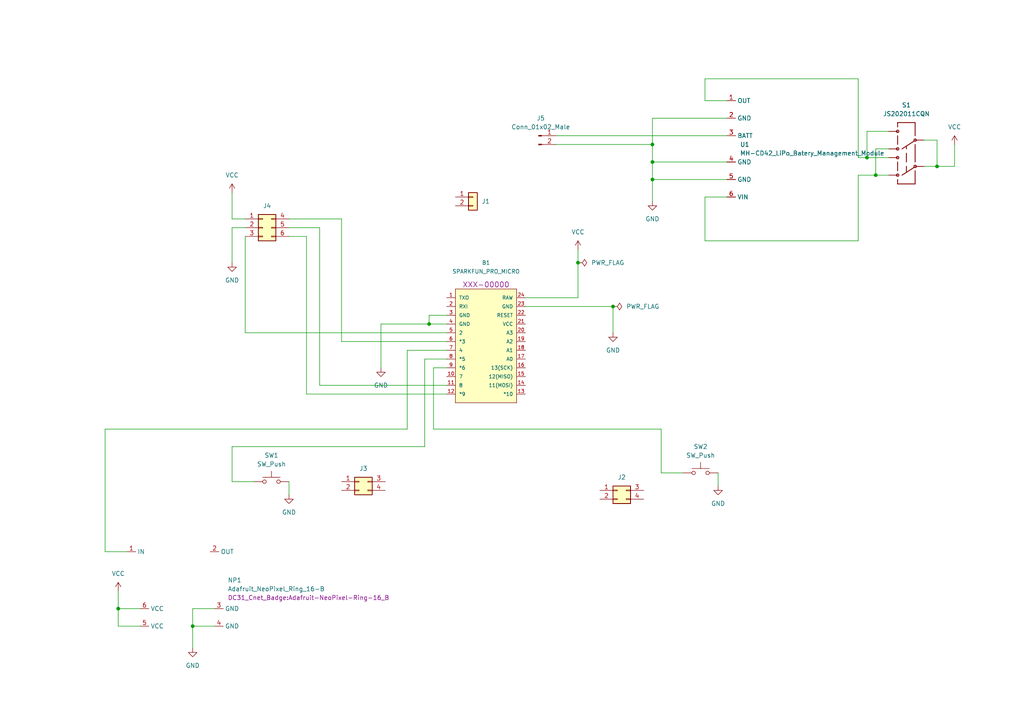
<source format=kicad_sch>
(kicad_sch (version 20211123) (generator eeschema)

  (uuid 59a6a685-5910-48af-a1a6-26c76759b23b)

  (paper "A4")

  (lib_symbols
    (symbol "Connector:Conn_01x02_Male" (pin_names (offset 1.016) hide) (in_bom yes) (on_board yes)
      (property "Reference" "J" (id 0) (at 0 2.54 0)
        (effects (font (size 1.27 1.27)))
      )
      (property "Value" "Conn_01x02_Male" (id 1) (at 0 -5.08 0)
        (effects (font (size 1.27 1.27)))
      )
      (property "Footprint" "" (id 2) (at 0 0 0)
        (effects (font (size 1.27 1.27)) hide)
      )
      (property "Datasheet" "~" (id 3) (at 0 0 0)
        (effects (font (size 1.27 1.27)) hide)
      )
      (property "ki_keywords" "connector" (id 4) (at 0 0 0)
        (effects (font (size 1.27 1.27)) hide)
      )
      (property "ki_description" "Generic connector, single row, 01x02, script generated (kicad-library-utils/schlib/autogen/connector/)" (id 5) (at 0 0 0)
        (effects (font (size 1.27 1.27)) hide)
      )
      (property "ki_fp_filters" "Connector*:*_1x??_*" (id 6) (at 0 0 0)
        (effects (font (size 1.27 1.27)) hide)
      )
      (symbol "Conn_01x02_Male_1_1"
        (polyline
          (pts
            (xy 1.27 -2.54)
            (xy 0.8636 -2.54)
          )
          (stroke (width 0.1524) (type default) (color 0 0 0 0))
          (fill (type none))
        )
        (polyline
          (pts
            (xy 1.27 0)
            (xy 0.8636 0)
          )
          (stroke (width 0.1524) (type default) (color 0 0 0 0))
          (fill (type none))
        )
        (rectangle (start 0.8636 -2.413) (end 0 -2.667)
          (stroke (width 0.1524) (type default) (color 0 0 0 0))
          (fill (type outline))
        )
        (rectangle (start 0.8636 0.127) (end 0 -0.127)
          (stroke (width 0.1524) (type default) (color 0 0 0 0))
          (fill (type outline))
        )
        (pin passive line (at 5.08 0 180) (length 3.81)
          (name "Pin_1" (effects (font (size 1.27 1.27))))
          (number "1" (effects (font (size 1.27 1.27))))
        )
        (pin passive line (at 5.08 -2.54 180) (length 3.81)
          (name "Pin_2" (effects (font (size 1.27 1.27))))
          (number "2" (effects (font (size 1.27 1.27))))
        )
      )
    )
    (symbol "Connector_Generic:Conn_01x02" (pin_names (offset 1.016) hide) (in_bom yes) (on_board yes)
      (property "Reference" "J" (id 0) (at 0 2.54 0)
        (effects (font (size 1.27 1.27)))
      )
      (property "Value" "Conn_01x02" (id 1) (at 0 -5.08 0)
        (effects (font (size 1.27 1.27)))
      )
      (property "Footprint" "" (id 2) (at 0 0 0)
        (effects (font (size 1.27 1.27)) hide)
      )
      (property "Datasheet" "~" (id 3) (at 0 0 0)
        (effects (font (size 1.27 1.27)) hide)
      )
      (property "ki_keywords" "connector" (id 4) (at 0 0 0)
        (effects (font (size 1.27 1.27)) hide)
      )
      (property "ki_description" "Generic connector, single row, 01x02, script generated (kicad-library-utils/schlib/autogen/connector/)" (id 5) (at 0 0 0)
        (effects (font (size 1.27 1.27)) hide)
      )
      (property "ki_fp_filters" "Connector*:*_1x??_*" (id 6) (at 0 0 0)
        (effects (font (size 1.27 1.27)) hide)
      )
      (symbol "Conn_01x02_1_1"
        (rectangle (start -1.27 -2.413) (end 0 -2.667)
          (stroke (width 0.1524) (type default) (color 0 0 0 0))
          (fill (type none))
        )
        (rectangle (start -1.27 0.127) (end 0 -0.127)
          (stroke (width 0.1524) (type default) (color 0 0 0 0))
          (fill (type none))
        )
        (rectangle (start -1.27 1.27) (end 1.27 -3.81)
          (stroke (width 0.254) (type default) (color 0 0 0 0))
          (fill (type background))
        )
        (pin passive line (at -5.08 0 0) (length 3.81)
          (name "Pin_1" (effects (font (size 1.27 1.27))))
          (number "1" (effects (font (size 1.27 1.27))))
        )
        (pin passive line (at -5.08 -2.54 0) (length 3.81)
          (name "Pin_2" (effects (font (size 1.27 1.27))))
          (number "2" (effects (font (size 1.27 1.27))))
        )
      )
    )
    (symbol "Connector_Generic:Conn_02x02_Top_Bottom" (pin_names (offset 1.016) hide) (in_bom yes) (on_board yes)
      (property "Reference" "J" (id 0) (at 1.27 2.54 0)
        (effects (font (size 1.27 1.27)))
      )
      (property "Value" "Conn_02x02_Top_Bottom" (id 1) (at 1.27 -5.08 0)
        (effects (font (size 1.27 1.27)))
      )
      (property "Footprint" "" (id 2) (at 0 0 0)
        (effects (font (size 1.27 1.27)) hide)
      )
      (property "Datasheet" "~" (id 3) (at 0 0 0)
        (effects (font (size 1.27 1.27)) hide)
      )
      (property "ki_keywords" "connector" (id 4) (at 0 0 0)
        (effects (font (size 1.27 1.27)) hide)
      )
      (property "ki_description" "Generic connector, double row, 02x02, top/bottom pin numbering scheme (row 1: 1...pins_per_row, row2: pins_per_row+1 ... num_pins), script generated (kicad-library-utils/schlib/autogen/connector/)" (id 5) (at 0 0 0)
        (effects (font (size 1.27 1.27)) hide)
      )
      (property "ki_fp_filters" "Connector*:*_2x??_*" (id 6) (at 0 0 0)
        (effects (font (size 1.27 1.27)) hide)
      )
      (symbol "Conn_02x02_Top_Bottom_1_1"
        (rectangle (start -1.27 -2.413) (end 0 -2.667)
          (stroke (width 0.1524) (type default) (color 0 0 0 0))
          (fill (type none))
        )
        (rectangle (start -1.27 0.127) (end 0 -0.127)
          (stroke (width 0.1524) (type default) (color 0 0 0 0))
          (fill (type none))
        )
        (rectangle (start -1.27 1.27) (end 3.81 -3.81)
          (stroke (width 0.254) (type default) (color 0 0 0 0))
          (fill (type background))
        )
        (rectangle (start 3.81 -2.413) (end 2.54 -2.667)
          (stroke (width 0.1524) (type default) (color 0 0 0 0))
          (fill (type none))
        )
        (rectangle (start 3.81 0.127) (end 2.54 -0.127)
          (stroke (width 0.1524) (type default) (color 0 0 0 0))
          (fill (type none))
        )
        (pin passive line (at -5.08 0 0) (length 3.81)
          (name "Pin_1" (effects (font (size 1.27 1.27))))
          (number "1" (effects (font (size 1.27 1.27))))
        )
        (pin passive line (at -5.08 -2.54 0) (length 3.81)
          (name "Pin_2" (effects (font (size 1.27 1.27))))
          (number "2" (effects (font (size 1.27 1.27))))
        )
        (pin passive line (at 7.62 0 180) (length 3.81)
          (name "Pin_3" (effects (font (size 1.27 1.27))))
          (number "3" (effects (font (size 1.27 1.27))))
        )
        (pin passive line (at 7.62 -2.54 180) (length 3.81)
          (name "Pin_4" (effects (font (size 1.27 1.27))))
          (number "4" (effects (font (size 1.27 1.27))))
        )
      )
    )
    (symbol "Connector_Generic:Conn_02x03_Top_Bottom" (pin_names (offset 1.016) hide) (in_bom yes) (on_board yes)
      (property "Reference" "J" (id 0) (at 1.27 5.08 0)
        (effects (font (size 1.27 1.27)))
      )
      (property "Value" "Conn_02x03_Top_Bottom" (id 1) (at 1.27 -5.08 0)
        (effects (font (size 1.27 1.27)))
      )
      (property "Footprint" "" (id 2) (at 0 0 0)
        (effects (font (size 1.27 1.27)) hide)
      )
      (property "Datasheet" "~" (id 3) (at 0 0 0)
        (effects (font (size 1.27 1.27)) hide)
      )
      (property "ki_keywords" "connector" (id 4) (at 0 0 0)
        (effects (font (size 1.27 1.27)) hide)
      )
      (property "ki_description" "Generic connector, double row, 02x03, top/bottom pin numbering scheme (row 1: 1...pins_per_row, row2: pins_per_row+1 ... num_pins), script generated (kicad-library-utils/schlib/autogen/connector/)" (id 5) (at 0 0 0)
        (effects (font (size 1.27 1.27)) hide)
      )
      (property "ki_fp_filters" "Connector*:*_2x??_*" (id 6) (at 0 0 0)
        (effects (font (size 1.27 1.27)) hide)
      )
      (symbol "Conn_02x03_Top_Bottom_1_1"
        (rectangle (start -1.27 -2.413) (end 0 -2.667)
          (stroke (width 0.1524) (type default) (color 0 0 0 0))
          (fill (type none))
        )
        (rectangle (start -1.27 0.127) (end 0 -0.127)
          (stroke (width 0.1524) (type default) (color 0 0 0 0))
          (fill (type none))
        )
        (rectangle (start -1.27 2.667) (end 0 2.413)
          (stroke (width 0.1524) (type default) (color 0 0 0 0))
          (fill (type none))
        )
        (rectangle (start -1.27 3.81) (end 3.81 -3.81)
          (stroke (width 0.254) (type default) (color 0 0 0 0))
          (fill (type background))
        )
        (rectangle (start 3.81 -2.413) (end 2.54 -2.667)
          (stroke (width 0.1524) (type default) (color 0 0 0 0))
          (fill (type none))
        )
        (rectangle (start 3.81 0.127) (end 2.54 -0.127)
          (stroke (width 0.1524) (type default) (color 0 0 0 0))
          (fill (type none))
        )
        (rectangle (start 3.81 2.667) (end 2.54 2.413)
          (stroke (width 0.1524) (type default) (color 0 0 0 0))
          (fill (type none))
        )
        (pin passive line (at -5.08 2.54 0) (length 3.81)
          (name "Pin_1" (effects (font (size 1.27 1.27))))
          (number "1" (effects (font (size 1.27 1.27))))
        )
        (pin passive line (at -5.08 0 0) (length 3.81)
          (name "Pin_2" (effects (font (size 1.27 1.27))))
          (number "2" (effects (font (size 1.27 1.27))))
        )
        (pin passive line (at -5.08 -2.54 0) (length 3.81)
          (name "Pin_3" (effects (font (size 1.27 1.27))))
          (number "3" (effects (font (size 1.27 1.27))))
        )
        (pin passive line (at 7.62 2.54 180) (length 3.81)
          (name "Pin_4" (effects (font (size 1.27 1.27))))
          (number "4" (effects (font (size 1.27 1.27))))
        )
        (pin passive line (at 7.62 0 180) (length 3.81)
          (name "Pin_5" (effects (font (size 1.27 1.27))))
          (number "5" (effects (font (size 1.27 1.27))))
        )
        (pin passive line (at 7.62 -2.54 180) (length 3.81)
          (name "Pin_6" (effects (font (size 1.27 1.27))))
          (number "6" (effects (font (size 1.27 1.27))))
        )
      )
    )
    (symbol "DC31_Cnet_Badge:Adafruit_NeoPixel_Ring_16-B" (in_bom yes) (on_board yes)
      (property "Reference" "NP" (id 0) (at 0 0 0)
        (effects (font (size 1.27 1.27)))
      )
      (property "Value" "Adafruit_NeoPixel_Ring_16-B" (id 1) (at 1.27 7.62 0)
        (effects (font (size 1.27 1.27)))
      )
      (property "Footprint" "DC31_CNet_Badge:Adafruit-NeoPixel-Ring-16_B" (id 2) (at 1.27 3.81 0)
        (effects (font (size 1.27 1.27)))
      )
      (property "Datasheet" "" (id 3) (at 0 0 0)
        (effects (font (size 1.27 1.27)) hide)
      )
      (symbol "Adafruit_NeoPixel_Ring_16-B_1_1"
        (pin input line (at -13.97 12.7 0) (length 2.54)
          (name "IN" (effects (font (size 1.27 1.27))))
          (number "1" (effects (font (size 1.27 1.27))))
        )
        (pin output line (at 10.16 12.7 0) (length 2.54)
          (name "OUT" (effects (font (size 1.27 1.27))))
          (number "2" (effects (font (size 1.27 1.27))))
        )
        (pin power_in line (at 11.43 -3.81 0) (length 2.54)
          (name "GND" (effects (font (size 1.27 1.27))))
          (number "3" (effects (font (size 1.27 1.27))))
        )
        (pin power_in line (at 11.43 -8.89 0) (length 2.54)
          (name "GND" (effects (font (size 1.27 1.27))))
          (number "4" (effects (font (size 1.27 1.27))))
        )
        (pin power_in line (at -10.16 -8.89 0) (length 2.54)
          (name "VCC" (effects (font (size 1.27 1.27))))
          (number "5" (effects (font (size 1.27 1.27))))
        )
        (pin power_in line (at -10.16 -3.81 0) (length 2.54)
          (name "VCC" (effects (font (size 1.27 1.27))))
          (number "6" (effects (font (size 1.27 1.27))))
        )
      )
    )
    (symbol "DC31_Cnet_Badge:MH-CD42_LiPo_Batery_Management_Module" (in_bom yes) (on_board yes)
      (property "Reference" "U" (id 0) (at 0 0 0)
        (effects (font (size 1.27 1.27)))
      )
      (property "Value" "MH-CD42_LiPo_Batery_Management_Module" (id 1) (at 0 0 0)
        (effects (font (size 1.27 1.27)))
      )
      (property "Footprint" "DC32_Cnet_Badge:MH-CD42 LiPo Battery Management Module" (id 2) (at 0 0 0)
        (effects (font (size 1.27 1.27)) hide)
      )
      (property "Datasheet" "" (id 3) (at 0 0 0)
        (effects (font (size 1.27 1.27)) hide)
      )
      (symbol "MH-CD42_LiPo_Batery_Management_Module_1_1"
        (pin power_out line (at 0 13.97 0) (length 2.54)
          (name "OUT" (effects (font (size 1.27 1.27))))
          (number "1" (effects (font (size 1.27 1.27))))
        )
        (pin power_in line (at 0 8.89 0) (length 2.54)
          (name "GND" (effects (font (size 1.27 1.27))))
          (number "2" (effects (font (size 1.27 1.27))))
        )
        (pin power_in line (at 0 3.81 0) (length 2.54)
          (name "BATT" (effects (font (size 1.27 1.27))))
          (number "3" (effects (font (size 1.27 1.27))))
        )
        (pin power_in line (at 0 -3.81 0) (length 2.54)
          (name "GND" (effects (font (size 1.27 1.27))))
          (number "4" (effects (font (size 1.27 1.27))))
        )
        (pin power_in line (at 0 -8.89 0) (length 2.54)
          (name "GND" (effects (font (size 1.27 1.27))))
          (number "5" (effects (font (size 1.27 1.27))))
        )
        (pin power_in line (at 0 -13.97 0) (length 2.54)
          (name "VIN" (effects (font (size 1.27 1.27))))
          (number "6" (effects (font (size 1.27 1.27))))
        )
      )
    )
    (symbol "JS202011CQN:JS202011CQN" (pin_numbers hide) (pin_names (offset 1.016) hide) (in_bom yes) (on_board yes)
      (property "Reference" "S" (id 0) (at -2.54 8.128 0)
        (effects (font (size 1.27 1.27)) (justify left bottom))
      )
      (property "Value" "JS202011CQN" (id 1) (at -2.54 -12.7 0)
        (effects (font (size 1.27 1.27)) (justify left bottom))
      )
      (property "Footprint" "SPARKFUN-RETIRED_SWITCH-2.5X3.2-6" (id 2) (at 0 0 0)
        (effects (font (size 1.27 1.27)) (justify left bottom) hide)
      )
      (property "Datasheet" "" (id 3) (at 0 0 0)
        (effects (font (size 1.27 1.27)) (justify left bottom) hide)
      )
      (property "ki_locked" "" (id 4) (at 0 0 0)
        (effects (font (size 1.27 1.27)))
      )
      (symbol "JS202011CQN_0_0"
        (circle (center -2.54 -5.08) (radius 0.3556)
          (stroke (width 0.254) (type default) (color 0 0 0 0))
          (fill (type none))
        )
        (circle (center -2.54 2.54) (radius 0.3556)
          (stroke (width 0.254) (type default) (color 0 0 0 0))
          (fill (type none))
        )
        (polyline
          (pts
            (xy -2.54 -10.16)
            (xy 2.54 -10.16)
          )
          (stroke (width 0.254) (type default) (color 0 0 0 0))
          (fill (type none))
        )
        (polyline
          (pts
            (xy -2.54 -6.35)
            (xy -2.54 -10.16)
          )
          (stroke (width 0.254) (type default) (color 0 0 0 0))
          (fill (type none))
        )
        (polyline
          (pts
            (xy -2.54 1.27)
            (xy -2.54 -3.81)
          )
          (stroke (width 0.254) (type default) (color 0 0 0 0))
          (fill (type none))
        )
        (polyline
          (pts
            (xy -2.54 7.62)
            (xy -2.54 3.81)
          )
          (stroke (width 0.254) (type default) (color 0 0 0 0))
          (fill (type none))
        )
        (polyline
          (pts
            (xy -2.286 -4.826)
            (xy 1.27 -2.54)
          )
          (stroke (width 0.254) (type default) (color 0 0 0 0))
          (fill (type none))
        )
        (polyline
          (pts
            (xy 0 -2.54)
            (xy 0 -3.302)
          )
          (stroke (width 0.254) (type default) (color 0 0 0 0))
          (fill (type none))
        )
        (polyline
          (pts
            (xy 0 1.27)
            (xy 0 -1.27)
          )
          (stroke (width 0.254) (type default) (color 0 0 0 0))
          (fill (type none))
        )
        (polyline
          (pts
            (xy 0 4.064)
            (xy 0 2.54)
          )
          (stroke (width 0.254) (type default) (color 0 0 0 0))
          (fill (type none))
        )
        (polyline
          (pts
            (xy 1.27 5.08)
            (xy -2.286 2.794)
          )
          (stroke (width 0.254) (type default) (color 0 0 0 0))
          (fill (type none))
        )
        (polyline
          (pts
            (xy 2.54 -10.16)
            (xy 2.54 -8.89)
          )
          (stroke (width 0.254) (type default) (color 0 0 0 0))
          (fill (type none))
        )
        (polyline
          (pts
            (xy 2.54 -6.35)
            (xy 2.54 -3.81)
          )
          (stroke (width 0.254) (type default) (color 0 0 0 0))
          (fill (type none))
        )
        (polyline
          (pts
            (xy 2.54 3.81)
            (xy 2.54 1.27)
          )
          (stroke (width 0.254) (type default) (color 0 0 0 0))
          (fill (type none))
        )
        (polyline
          (pts
            (xy 2.54 6.35)
            (xy 2.54 7.62)
          )
          (stroke (width 0.254) (type default) (color 0 0 0 0))
          (fill (type none))
        )
        (polyline
          (pts
            (xy 2.54 7.62)
            (xy -2.54 7.62)
          )
          (stroke (width 0.254) (type default) (color 0 0 0 0))
          (fill (type none))
        )
        (circle (center 2.54 -7.62) (radius 0.3556)
          (stroke (width 0.254) (type default) (color 0 0 0 0))
          (fill (type none))
        )
        (circle (center 2.54 -2.54) (radius 0.3556)
          (stroke (width 0.254) (type default) (color 0 0 0 0))
          (fill (type none))
        )
        (circle (center 2.54 0) (radius 0.3556)
          (stroke (width 0.254) (type default) (color 0 0 0 0))
          (fill (type none))
        )
        (circle (center 2.54 5.08) (radius 0.3556)
          (stroke (width 0.254) (type default) (color 0 0 0 0))
          (fill (type none))
        )
        (pin bidirectional line (at 5.08 5.08 180) (length 2.54)
          (name "~" (effects (font (size 1.016 1.016))))
          (number "1" (effects (font (size 1.016 1.016))))
        )
        (pin bidirectional line (at -5.08 2.54 0) (length 2.54)
          (name "~" (effects (font (size 1.016 1.016))))
          (number "2" (effects (font (size 1.016 1.016))))
        )
        (pin bidirectional line (at 5.08 0 180) (length 2.54)
          (name "~" (effects (font (size 1.016 1.016))))
          (number "3" (effects (font (size 1.016 1.016))))
        )
        (pin bidirectional line (at 5.08 -2.54 180) (length 2.54)
          (name "~" (effects (font (size 1.016 1.016))))
          (number "4" (effects (font (size 1.016 1.016))))
        )
        (pin bidirectional line (at -5.08 -5.08 0) (length 2.54)
          (name "~" (effects (font (size 1.016 1.016))))
          (number "5" (effects (font (size 1.016 1.016))))
        )
        (pin bidirectional line (at 5.08 -7.62 180) (length 2.54)
          (name "~" (effects (font (size 1.016 1.016))))
          (number "6" (effects (font (size 1.016 1.016))))
        )
      )
    )
    (symbol "SparkFun-Boards:SPARKFUN_PRO_MICRO" (pin_names (offset 1.016)) (in_bom yes) (on_board yes)
      (property "Reference" "B" (id 0) (at -8.89 17.78 0)
        (effects (font (size 1.143 1.143)) (justify left bottom))
      )
      (property "Value" "SPARKFUN_PRO_MICRO" (id 1) (at -8.89 -19.05 0)
        (effects (font (size 1.143 1.143)) (justify left bottom))
      )
      (property "Footprint" "SPARKFUN_PRO_MICRO" (id 2) (at 0 20.32 0)
        (effects (font (size 0.508 0.508)) hide)
      )
      (property "Datasheet" "" (id 3) (at 0 0 0)
        (effects (font (size 1.27 1.27)) hide)
      )
      (property "Field4" "XXX-00000" (id 4) (at 0 21.59 0)
        (effects (font (size 1.524 1.524)))
      )
      (property "ki_locked" "" (id 5) (at 0 0 0)
        (effects (font (size 1.27 1.27)))
      )
      (property "ki_keywords" "PROD_ID:XXX-00000" (id 6) (at 0 0 0)
        (effects (font (size 1.27 1.27)) hide)
      )
      (property "ki_description" "SparkFun Pro Micro  Atmega32U4 compatible footprint. <b>SparkFun Products:</b><ul><li><a href= https://www.sparkfun.com/products/12587 >3.3V/8MHz</a></li><li><a href= https://www.sparkfun.com/products/12640 >5V/16MHz</a></li></ul>" (id 7) (at 0 0 0)
        (effects (font (size 1.27 1.27)) hide)
      )
      (property "ki_fp_filters" "*SPARKFUN_PRO_MICRO*" (id 8) (at 0 0 0)
        (effects (font (size 1.27 1.27)) hide)
      )
      (symbol "SPARKFUN_PRO_MICRO_1_1"
        (polyline
          (pts
            (xy -8.89 16.51)
            (xy -8.89 -16.51)
            (xy 8.89 -16.51)
            (xy 8.89 16.51)
            (xy -8.89 16.51)
          )
          (stroke (width 0) (type default) (color 0 0 0 0))
          (fill (type background))
        )
        (pin bidirectional line (at -11.43 13.97 0) (length 2.54)
          (name "TXO" (effects (font (size 1.016 1.016))))
          (number "1" (effects (font (size 1.016 1.016))))
        )
        (pin bidirectional line (at -11.43 -8.89 0) (length 2.54)
          (name "7" (effects (font (size 1.016 1.016))))
          (number "10" (effects (font (size 1.016 1.016))))
        )
        (pin bidirectional line (at -11.43 -11.43 0) (length 2.54)
          (name "8" (effects (font (size 1.016 1.016))))
          (number "11" (effects (font (size 1.016 1.016))))
        )
        (pin bidirectional line (at -11.43 -13.97 0) (length 2.54)
          (name "*9" (effects (font (size 1.016 1.016))))
          (number "12" (effects (font (size 1.016 1.016))))
        )
        (pin bidirectional line (at 11.43 -13.97 180) (length 2.54)
          (name "*10" (effects (font (size 1.016 1.016))))
          (number "13" (effects (font (size 1.016 1.016))))
        )
        (pin bidirectional line (at 11.43 -11.43 180) (length 2.54)
          (name "11(MOSI)" (effects (font (size 1.016 1.016))))
          (number "14" (effects (font (size 1.016 1.016))))
        )
        (pin bidirectional line (at 11.43 -8.89 180) (length 2.54)
          (name "12(MISO)" (effects (font (size 1.016 1.016))))
          (number "15" (effects (font (size 1.016 1.016))))
        )
        (pin bidirectional line (at 11.43 -6.35 180) (length 2.54)
          (name "13(SCK)" (effects (font (size 1.016 1.016))))
          (number "16" (effects (font (size 1.016 1.016))))
        )
        (pin bidirectional line (at 11.43 -3.81 180) (length 2.54)
          (name "A0" (effects (font (size 1.016 1.016))))
          (number "17" (effects (font (size 1.016 1.016))))
        )
        (pin bidirectional line (at 11.43 -1.27 180) (length 2.54)
          (name "A1" (effects (font (size 1.016 1.016))))
          (number "18" (effects (font (size 1.016 1.016))))
        )
        (pin bidirectional line (at 11.43 1.27 180) (length 2.54)
          (name "A2" (effects (font (size 1.016 1.016))))
          (number "19" (effects (font (size 1.016 1.016))))
        )
        (pin bidirectional line (at -11.43 11.43 0) (length 2.54)
          (name "RXI" (effects (font (size 1.016 1.016))))
          (number "2" (effects (font (size 1.016 1.016))))
        )
        (pin bidirectional line (at 11.43 3.81 180) (length 2.54)
          (name "A3" (effects (font (size 1.016 1.016))))
          (number "20" (effects (font (size 1.016 1.016))))
        )
        (pin power_in line (at 11.43 6.35 180) (length 2.54)
          (name "VCC" (effects (font (size 1.016 1.016))))
          (number "21" (effects (font (size 1.016 1.016))))
        )
        (pin bidirectional line (at 11.43 8.89 180) (length 2.54)
          (name "RESET" (effects (font (size 1.016 1.016))))
          (number "22" (effects (font (size 1.016 1.016))))
        )
        (pin power_in line (at 11.43 11.43 180) (length 2.54)
          (name "GND" (effects (font (size 1.016 1.016))))
          (number "23" (effects (font (size 1.016 1.016))))
        )
        (pin power_in line (at 11.43 13.97 180) (length 2.54)
          (name "RAW" (effects (font (size 1.016 1.016))))
          (number "24" (effects (font (size 1.016 1.016))))
        )
        (pin power_in line (at -11.43 8.89 0) (length 2.54)
          (name "GND" (effects (font (size 1.016 1.016))))
          (number "3" (effects (font (size 1.016 1.016))))
        )
        (pin power_in line (at -11.43 6.35 0) (length 2.54)
          (name "GND" (effects (font (size 1.016 1.016))))
          (number "4" (effects (font (size 1.016 1.016))))
        )
        (pin bidirectional line (at -11.43 3.81 0) (length 2.54)
          (name "2" (effects (font (size 1.016 1.016))))
          (number "5" (effects (font (size 1.016 1.016))))
        )
        (pin bidirectional line (at -11.43 1.27 0) (length 2.54)
          (name "*3" (effects (font (size 1.016 1.016))))
          (number "6" (effects (font (size 1.016 1.016))))
        )
        (pin bidirectional line (at -11.43 -1.27 0) (length 2.54)
          (name "4" (effects (font (size 1.016 1.016))))
          (number "7" (effects (font (size 1.016 1.016))))
        )
        (pin bidirectional line (at -11.43 -3.81 0) (length 2.54)
          (name "*5" (effects (font (size 1.016 1.016))))
          (number "8" (effects (font (size 1.016 1.016))))
        )
        (pin bidirectional line (at -11.43 -6.35 0) (length 2.54)
          (name "*6" (effects (font (size 1.016 1.016))))
          (number "9" (effects (font (size 1.016 1.016))))
        )
      )
    )
    (symbol "Switch:SW_Push" (pin_numbers hide) (pin_names (offset 1.016) hide) (in_bom yes) (on_board yes)
      (property "Reference" "SW" (id 0) (at 1.27 2.54 0)
        (effects (font (size 1.27 1.27)) (justify left))
      )
      (property "Value" "SW_Push" (id 1) (at 0 -1.524 0)
        (effects (font (size 1.27 1.27)))
      )
      (property "Footprint" "" (id 2) (at 0 5.08 0)
        (effects (font (size 1.27 1.27)) hide)
      )
      (property "Datasheet" "~" (id 3) (at 0 5.08 0)
        (effects (font (size 1.27 1.27)) hide)
      )
      (property "ki_keywords" "switch normally-open pushbutton push-button" (id 4) (at 0 0 0)
        (effects (font (size 1.27 1.27)) hide)
      )
      (property "ki_description" "Push button switch, generic, two pins" (id 5) (at 0 0 0)
        (effects (font (size 1.27 1.27)) hide)
      )
      (symbol "SW_Push_0_1"
        (circle (center -2.032 0) (radius 0.508)
          (stroke (width 0) (type default) (color 0 0 0 0))
          (fill (type none))
        )
        (polyline
          (pts
            (xy 0 1.27)
            (xy 0 3.048)
          )
          (stroke (width 0) (type default) (color 0 0 0 0))
          (fill (type none))
        )
        (polyline
          (pts
            (xy 2.54 1.27)
            (xy -2.54 1.27)
          )
          (stroke (width 0) (type default) (color 0 0 0 0))
          (fill (type none))
        )
        (circle (center 2.032 0) (radius 0.508)
          (stroke (width 0) (type default) (color 0 0 0 0))
          (fill (type none))
        )
        (pin passive line (at -5.08 0 0) (length 2.54)
          (name "1" (effects (font (size 1.27 1.27))))
          (number "1" (effects (font (size 1.27 1.27))))
        )
        (pin passive line (at 5.08 0 180) (length 2.54)
          (name "2" (effects (font (size 1.27 1.27))))
          (number "2" (effects (font (size 1.27 1.27))))
        )
      )
    )
    (symbol "power:GND" (power) (pin_names (offset 0)) (in_bom yes) (on_board yes)
      (property "Reference" "#PWR" (id 0) (at 0 -6.35 0)
        (effects (font (size 1.27 1.27)) hide)
      )
      (property "Value" "GND" (id 1) (at 0 -3.81 0)
        (effects (font (size 1.27 1.27)))
      )
      (property "Footprint" "" (id 2) (at 0 0 0)
        (effects (font (size 1.27 1.27)) hide)
      )
      (property "Datasheet" "" (id 3) (at 0 0 0)
        (effects (font (size 1.27 1.27)) hide)
      )
      (property "ki_keywords" "power-flag" (id 4) (at 0 0 0)
        (effects (font (size 1.27 1.27)) hide)
      )
      (property "ki_description" "Power symbol creates a global label with name \"GND\" , ground" (id 5) (at 0 0 0)
        (effects (font (size 1.27 1.27)) hide)
      )
      (symbol "GND_0_1"
        (polyline
          (pts
            (xy 0 0)
            (xy 0 -1.27)
            (xy 1.27 -1.27)
            (xy 0 -2.54)
            (xy -1.27 -1.27)
            (xy 0 -1.27)
          )
          (stroke (width 0) (type default) (color 0 0 0 0))
          (fill (type none))
        )
      )
      (symbol "GND_1_1"
        (pin power_in line (at 0 0 270) (length 0) hide
          (name "GND" (effects (font (size 1.27 1.27))))
          (number "1" (effects (font (size 1.27 1.27))))
        )
      )
    )
    (symbol "power:PWR_FLAG" (power) (pin_numbers hide) (pin_names (offset 0) hide) (in_bom yes) (on_board yes)
      (property "Reference" "#FLG" (id 0) (at 0 1.905 0)
        (effects (font (size 1.27 1.27)) hide)
      )
      (property "Value" "PWR_FLAG" (id 1) (at 0 3.81 0)
        (effects (font (size 1.27 1.27)))
      )
      (property "Footprint" "" (id 2) (at 0 0 0)
        (effects (font (size 1.27 1.27)) hide)
      )
      (property "Datasheet" "~" (id 3) (at 0 0 0)
        (effects (font (size 1.27 1.27)) hide)
      )
      (property "ki_keywords" "power-flag" (id 4) (at 0 0 0)
        (effects (font (size 1.27 1.27)) hide)
      )
      (property "ki_description" "Special symbol for telling ERC where power comes from" (id 5) (at 0 0 0)
        (effects (font (size 1.27 1.27)) hide)
      )
      (symbol "PWR_FLAG_0_0"
        (pin power_out line (at 0 0 90) (length 0)
          (name "pwr" (effects (font (size 1.27 1.27))))
          (number "1" (effects (font (size 1.27 1.27))))
        )
      )
      (symbol "PWR_FLAG_0_1"
        (polyline
          (pts
            (xy 0 0)
            (xy 0 1.27)
            (xy -1.016 1.905)
            (xy 0 2.54)
            (xy 1.016 1.905)
            (xy 0 1.27)
          )
          (stroke (width 0) (type default) (color 0 0 0 0))
          (fill (type none))
        )
      )
    )
    (symbol "power:VCC" (power) (pin_names (offset 0)) (in_bom yes) (on_board yes)
      (property "Reference" "#PWR" (id 0) (at 0 -3.81 0)
        (effects (font (size 1.27 1.27)) hide)
      )
      (property "Value" "VCC" (id 1) (at 0 3.81 0)
        (effects (font (size 1.27 1.27)))
      )
      (property "Footprint" "" (id 2) (at 0 0 0)
        (effects (font (size 1.27 1.27)) hide)
      )
      (property "Datasheet" "" (id 3) (at 0 0 0)
        (effects (font (size 1.27 1.27)) hide)
      )
      (property "ki_keywords" "power-flag" (id 4) (at 0 0 0)
        (effects (font (size 1.27 1.27)) hide)
      )
      (property "ki_description" "Power symbol creates a global label with name \"VCC\"" (id 5) (at 0 0 0)
        (effects (font (size 1.27 1.27)) hide)
      )
      (symbol "VCC_0_1"
        (polyline
          (pts
            (xy -0.762 1.27)
            (xy 0 2.54)
          )
          (stroke (width 0) (type default) (color 0 0 0 0))
          (fill (type none))
        )
        (polyline
          (pts
            (xy 0 0)
            (xy 0 2.54)
          )
          (stroke (width 0) (type default) (color 0 0 0 0))
          (fill (type none))
        )
        (polyline
          (pts
            (xy 0 2.54)
            (xy 0.762 1.27)
          )
          (stroke (width 0) (type default) (color 0 0 0 0))
          (fill (type none))
        )
      )
      (symbol "VCC_1_1"
        (pin power_in line (at 0 0 90) (length 0) hide
          (name "VCC" (effects (font (size 1.27 1.27))))
          (number "1" (effects (font (size 1.27 1.27))))
        )
      )
    )
  )


  (junction (at 271.78 48.26) (diameter 0) (color 0 0 0 0)
    (uuid 26927dfe-5a6a-4a8a-99c4-7cfc0adb80f2)
  )
  (junction (at 189.23 41.91) (diameter 0) (color 0 0 0 0)
    (uuid 331758e7-a43b-4bd2-af07-541f820cf891)
  )
  (junction (at 124.46 93.98) (diameter 0) (color 0 0 0 0)
    (uuid 512a24a9-4427-4ce5-88c9-7bef832776e5)
  )
  (junction (at 167.64 76.2) (diameter 0) (color 0 0 0 0)
    (uuid 52de2ec4-99ee-4883-b4b0-f7449dab43f4)
  )
  (junction (at 177.8 88.9) (diameter 0) (color 0 0 0 0)
    (uuid 594548f9-7a7d-428f-b6e5-f913acb05ed3)
  )
  (junction (at 189.23 52.07) (diameter 0) (color 0 0 0 0)
    (uuid 59b96d0b-75c1-4a44-9d35-9407084ad71e)
  )
  (junction (at 251.46 45.72) (diameter 0) (color 0 0 0 0)
    (uuid 648218c6-8665-44e0-88ff-ce7ba30301e1)
  )
  (junction (at 34.29 176.53) (diameter 0) (color 0 0 0 0)
    (uuid ce717362-f05c-4f71-a1ba-4affe9e17d66)
  )
  (junction (at 55.88 181.61) (diameter 0) (color 0 0 0 0)
    (uuid ce7408b4-4646-4dcc-b210-10caf818c112)
  )
  (junction (at 189.23 46.99) (diameter 0) (color 0 0 0 0)
    (uuid e30dd68a-d55c-476c-b92f-01a7f0ecbb21)
  )
  (junction (at 254 50.8) (diameter 0) (color 0 0 0 0)
    (uuid f8c3497f-655d-4eb2-9829-6680bf0e2e5c)
  )

  (wire (pts (xy 99.06 99.06) (xy 129.54 99.06))
    (stroke (width 0) (type default) (color 0 0 0 0))
    (uuid 00b6604c-e51b-40a3-9957-059cf147e7b3)
  )
  (wire (pts (xy 110.49 106.68) (xy 110.49 93.98))
    (stroke (width 0) (type default) (color 0 0 0 0))
    (uuid 0228216d-c6d0-486d-85f6-f8b908b8a31b)
  )
  (wire (pts (xy 152.4 88.9) (xy 177.8 88.9))
    (stroke (width 0) (type default) (color 0 0 0 0))
    (uuid 05e63a07-d946-4253-b98b-3799e444309d)
  )
  (wire (pts (xy 83.82 66.04) (xy 92.71 66.04))
    (stroke (width 0) (type default) (color 0 0 0 0))
    (uuid 1058d369-1ed3-4317-af19-1768c1462d2a)
  )
  (wire (pts (xy 210.82 57.15) (xy 204.47 57.15))
    (stroke (width 0) (type default) (color 0 0 0 0))
    (uuid 108203be-e3d0-4410-8e31-ac63088613b2)
  )
  (wire (pts (xy 30.48 160.02) (xy 36.83 160.02))
    (stroke (width 0) (type default) (color 0 0 0 0))
    (uuid 10e6f5ec-cf19-484a-999f-fddfb324abb5)
  )
  (wire (pts (xy 67.31 129.54) (xy 123.19 129.54))
    (stroke (width 0) (type default) (color 0 0 0 0))
    (uuid 121b89b0-41ef-4478-9def-c6ff1d63eef1)
  )
  (wire (pts (xy 99.06 63.5) (xy 83.82 63.5))
    (stroke (width 0) (type default) (color 0 0 0 0))
    (uuid 141c36cc-61d7-4c72-a15f-45f187042ed5)
  )
  (wire (pts (xy 129.54 96.52) (xy 71.12 96.52))
    (stroke (width 0) (type default) (color 0 0 0 0))
    (uuid 18c08688-b74d-4f3e-a82b-d68ddb3126e7)
  )
  (wire (pts (xy 271.78 48.26) (xy 276.86 48.26))
    (stroke (width 0) (type default) (color 0 0 0 0))
    (uuid 1d494585-5635-4db3-a044-ffc0118fd17f)
  )
  (wire (pts (xy 73.66 139.7) (xy 67.31 139.7))
    (stroke (width 0) (type default) (color 0 0 0 0))
    (uuid 1dc7f5f9-3482-43d0-9d06-a49408d5cf5f)
  )
  (wire (pts (xy 99.06 99.06) (xy 99.06 63.5))
    (stroke (width 0) (type default) (color 0 0 0 0))
    (uuid 1fb4de13-d8a4-461c-ac26-4298dba877c1)
  )
  (wire (pts (xy 257.81 43.18) (xy 254 43.18))
    (stroke (width 0) (type default) (color 0 0 0 0))
    (uuid 2381c519-a7c3-469c-9321-9bc64071c476)
  )
  (wire (pts (xy 30.48 124.46) (xy 30.48 160.02))
    (stroke (width 0) (type default) (color 0 0 0 0))
    (uuid 24346a04-b7c5-498b-8aee-13af68a935f9)
  )
  (wire (pts (xy 129.54 111.76) (xy 92.71 111.76))
    (stroke (width 0) (type default) (color 0 0 0 0))
    (uuid 25bab1d1-25f2-4c10-abd3-0b1bb27cf154)
  )
  (wire (pts (xy 248.92 69.85) (xy 248.92 50.8))
    (stroke (width 0) (type default) (color 0 0 0 0))
    (uuid 28b96233-00ec-49f3-8b9d-f746aa2d15e3)
  )
  (wire (pts (xy 198.12 137.16) (xy 191.77 137.16))
    (stroke (width 0) (type default) (color 0 0 0 0))
    (uuid 2a5f3c24-8a91-4f89-9f64-218f639a5db5)
  )
  (wire (pts (xy 67.31 63.5) (xy 67.31 55.88))
    (stroke (width 0) (type default) (color 0 0 0 0))
    (uuid 2f11603e-4a8b-486b-8495-a401975b2bed)
  )
  (wire (pts (xy 67.31 66.04) (xy 67.31 76.2))
    (stroke (width 0) (type default) (color 0 0 0 0))
    (uuid 303c0d06-a32c-4a57-82ca-d9e94aae2a41)
  )
  (wire (pts (xy 118.11 124.46) (xy 30.48 124.46))
    (stroke (width 0) (type default) (color 0 0 0 0))
    (uuid 34a2cdb3-77ac-4aa9-b2ed-b237a0b57b28)
  )
  (wire (pts (xy 124.46 91.44) (xy 129.54 91.44))
    (stroke (width 0) (type default) (color 0 0 0 0))
    (uuid 34f03e14-e821-4f59-9315-12cc27d8caeb)
  )
  (wire (pts (xy 71.12 96.52) (xy 71.12 68.58))
    (stroke (width 0) (type default) (color 0 0 0 0))
    (uuid 362f2e0b-a38b-4d9a-9aea-b3db5ab5a785)
  )
  (wire (pts (xy 92.71 111.76) (xy 92.71 66.04))
    (stroke (width 0) (type default) (color 0 0 0 0))
    (uuid 3a22afc8-17f9-4455-8291-d935ae7e839c)
  )
  (wire (pts (xy 210.82 29.21) (xy 204.47 29.21))
    (stroke (width 0) (type default) (color 0 0 0 0))
    (uuid 3b91cc52-fe78-44de-88da-68eeea3fdaed)
  )
  (wire (pts (xy 251.46 38.1) (xy 251.46 45.72))
    (stroke (width 0) (type default) (color 0 0 0 0))
    (uuid 3cae1435-f086-4ed8-96e1-3205e4a56e32)
  )
  (wire (pts (xy 161.29 39.37) (xy 210.82 39.37))
    (stroke (width 0) (type default) (color 0 0 0 0))
    (uuid 429e317a-73eb-40b6-818a-a3899adbd682)
  )
  (wire (pts (xy 88.9 114.3) (xy 88.9 68.58))
    (stroke (width 0) (type default) (color 0 0 0 0))
    (uuid 42a00ded-7b59-4263-bf84-abf031ad0ebd)
  )
  (wire (pts (xy 55.88 176.53) (xy 55.88 181.61))
    (stroke (width 0) (type default) (color 0 0 0 0))
    (uuid 4630e177-87c6-47c4-a102-639adfa74d4e)
  )
  (wire (pts (xy 161.29 41.91) (xy 189.23 41.91))
    (stroke (width 0) (type default) (color 0 0 0 0))
    (uuid 4adcbfb2-b648-457c-ad2a-3f7344c26998)
  )
  (wire (pts (xy 189.23 41.91) (xy 189.23 46.99))
    (stroke (width 0) (type default) (color 0 0 0 0))
    (uuid 4ae84f72-9d57-480a-b328-ce8812a2f02f)
  )
  (wire (pts (xy 71.12 66.04) (xy 67.31 66.04))
    (stroke (width 0) (type default) (color 0 0 0 0))
    (uuid 5438ec37-05aa-4d56-8ef1-45b2c7ba419f)
  )
  (wire (pts (xy 83.82 139.7) (xy 83.82 143.51))
    (stroke (width 0) (type default) (color 0 0 0 0))
    (uuid 569738b7-7761-4f96-b73e-fe38e1577ad6)
  )
  (wire (pts (xy 129.54 93.98) (xy 124.46 93.98))
    (stroke (width 0) (type default) (color 0 0 0 0))
    (uuid 59f86e23-ab35-47c2-9950-e98a540f0f3d)
  )
  (wire (pts (xy 254 43.18) (xy 254 50.8))
    (stroke (width 0) (type default) (color 0 0 0 0))
    (uuid 5b6ccdd2-3a2e-421d-bae9-59ca588360dd)
  )
  (wire (pts (xy 118.11 101.6) (xy 118.11 124.46))
    (stroke (width 0) (type default) (color 0 0 0 0))
    (uuid 5e2575f5-c031-4aa2-a146-606239eca10f)
  )
  (wire (pts (xy 34.29 171.45) (xy 34.29 176.53))
    (stroke (width 0) (type default) (color 0 0 0 0))
    (uuid 5eccebfb-d607-41e6-b651-2970c2970ded)
  )
  (wire (pts (xy 124.46 93.98) (xy 124.46 91.44))
    (stroke (width 0) (type default) (color 0 0 0 0))
    (uuid 634908f7-011f-4708-945c-df94f31a77d1)
  )
  (wire (pts (xy 189.23 52.07) (xy 189.23 58.42))
    (stroke (width 0) (type default) (color 0 0 0 0))
    (uuid 6d82497a-172e-492e-b8c2-763ff72fbfc6)
  )
  (wire (pts (xy 189.23 52.07) (xy 210.82 52.07))
    (stroke (width 0) (type default) (color 0 0 0 0))
    (uuid 6f38fe25-4118-4cbe-a512-554263f056cf)
  )
  (wire (pts (xy 83.82 68.58) (xy 88.9 68.58))
    (stroke (width 0) (type default) (color 0 0 0 0))
    (uuid 7f9a8a87-e989-44c6-9e5e-78cb27fe26e5)
  )
  (wire (pts (xy 248.92 50.8) (xy 254 50.8))
    (stroke (width 0) (type default) (color 0 0 0 0))
    (uuid 7fbc3a50-abd5-4832-a4db-97dd69fd2089)
  )
  (wire (pts (xy 248.92 45.72) (xy 251.46 45.72))
    (stroke (width 0) (type default) (color 0 0 0 0))
    (uuid 931e30ed-dbb9-4aa8-a12f-5c470def229a)
  )
  (wire (pts (xy 71.12 63.5) (xy 67.31 63.5))
    (stroke (width 0) (type default) (color 0 0 0 0))
    (uuid 95deb58e-dd3d-4161-91ef-c1f87b3ea490)
  )
  (wire (pts (xy 208.28 137.16) (xy 208.28 140.97))
    (stroke (width 0) (type default) (color 0 0 0 0))
    (uuid 9994063b-14fb-4e8e-8b88-93ab3519dcd9)
  )
  (wire (pts (xy 189.23 34.29) (xy 189.23 41.91))
    (stroke (width 0) (type default) (color 0 0 0 0))
    (uuid 9f10b4c7-3c77-4043-9bcd-99a33ecbbcd9)
  )
  (wire (pts (xy 204.47 57.15) (xy 204.47 69.85))
    (stroke (width 0) (type default) (color 0 0 0 0))
    (uuid a1e1e098-c6c2-4321-a272-c8080a4c8e7c)
  )
  (wire (pts (xy 152.4 86.36) (xy 167.64 86.36))
    (stroke (width 0) (type default) (color 0 0 0 0))
    (uuid a7e47f82-07de-46a1-b547-a22000556fa3)
  )
  (wire (pts (xy 125.73 106.68) (xy 125.73 124.46))
    (stroke (width 0) (type default) (color 0 0 0 0))
    (uuid ad0d1dba-60c0-4154-8c55-3fdc4e03287b)
  )
  (wire (pts (xy 191.77 124.46) (xy 125.73 124.46))
    (stroke (width 0) (type default) (color 0 0 0 0))
    (uuid b0065a73-0048-4e99-8b7d-3bc72e72d1fe)
  )
  (wire (pts (xy 40.64 176.53) (xy 34.29 176.53))
    (stroke (width 0) (type default) (color 0 0 0 0))
    (uuid b1d883d4-054b-48f6-9806-4fb3391f4f33)
  )
  (wire (pts (xy 67.31 139.7) (xy 67.31 129.54))
    (stroke (width 0) (type default) (color 0 0 0 0))
    (uuid b7e09b71-61f4-4b87-b0c1-1ff7b62788c2)
  )
  (wire (pts (xy 110.49 93.98) (xy 124.46 93.98))
    (stroke (width 0) (type default) (color 0 0 0 0))
    (uuid ba04fc3a-e6f3-4b90-b178-096e66d82dbb)
  )
  (wire (pts (xy 55.88 181.61) (xy 62.23 181.61))
    (stroke (width 0) (type default) (color 0 0 0 0))
    (uuid bc3385b0-cd54-4cec-8ff4-e4894756a9c8)
  )
  (wire (pts (xy 276.86 41.91) (xy 276.86 48.26))
    (stroke (width 0) (type default) (color 0 0 0 0))
    (uuid bc8461d3-a86f-4ebb-96aa-1ccf7ae13f2d)
  )
  (wire (pts (xy 167.64 76.2) (xy 167.64 86.36))
    (stroke (width 0) (type default) (color 0 0 0 0))
    (uuid bc9372a6-25ec-49cc-a93b-72a1785c3d5c)
  )
  (wire (pts (xy 254 50.8) (xy 257.81 50.8))
    (stroke (width 0) (type default) (color 0 0 0 0))
    (uuid bdbe6e7d-5ed7-4452-8590-fa9a5915a050)
  )
  (wire (pts (xy 248.92 22.86) (xy 248.92 45.72))
    (stroke (width 0) (type default) (color 0 0 0 0))
    (uuid bf1884ec-1063-4248-b4e3-77e7108d125c)
  )
  (wire (pts (xy 271.78 40.64) (xy 271.78 48.26))
    (stroke (width 0) (type default) (color 0 0 0 0))
    (uuid c08ecd17-6b70-404e-9e92-e390bbbf91d0)
  )
  (wire (pts (xy 62.23 176.53) (xy 55.88 176.53))
    (stroke (width 0) (type default) (color 0 0 0 0))
    (uuid c0d51536-3708-4899-a3b7-6e616db532f1)
  )
  (wire (pts (xy 167.64 72.39) (xy 167.64 76.2))
    (stroke (width 0) (type default) (color 0 0 0 0))
    (uuid c18cd3f8-09c3-4b35-be86-66d3511af36c)
  )
  (wire (pts (xy 123.19 104.14) (xy 129.54 104.14))
    (stroke (width 0) (type default) (color 0 0 0 0))
    (uuid c7c35a8d-3a20-47fb-882f-b50456085696)
  )
  (wire (pts (xy 177.8 88.9) (xy 177.8 96.52))
    (stroke (width 0) (type default) (color 0 0 0 0))
    (uuid c82fa7c4-8da8-4a9e-9854-33922c511ca9)
  )
  (wire (pts (xy 123.19 129.54) (xy 123.19 104.14))
    (stroke (width 0) (type default) (color 0 0 0 0))
    (uuid ca2a5abb-6213-4e96-9d99-dcd437ac4e56)
  )
  (wire (pts (xy 267.97 48.26) (xy 271.78 48.26))
    (stroke (width 0) (type default) (color 0 0 0 0))
    (uuid cac957e4-911e-41c7-9b25-85e136a1258d)
  )
  (wire (pts (xy 251.46 45.72) (xy 257.81 45.72))
    (stroke (width 0) (type default) (color 0 0 0 0))
    (uuid cb5fad8f-b6b8-45da-93d7-03f568eb64f7)
  )
  (wire (pts (xy 34.29 176.53) (xy 34.29 181.61))
    (stroke (width 0) (type default) (color 0 0 0 0))
    (uuid d089fc06-7a86-4b7e-a85c-558685c137de)
  )
  (wire (pts (xy 125.73 106.68) (xy 129.54 106.68))
    (stroke (width 0) (type default) (color 0 0 0 0))
    (uuid d092c1f8-7baa-4b39-be1b-e5ddb0bb0912)
  )
  (wire (pts (xy 204.47 22.86) (xy 248.92 22.86))
    (stroke (width 0) (type default) (color 0 0 0 0))
    (uuid db16299e-b4e9-4010-b73d-849673eea257)
  )
  (wire (pts (xy 129.54 114.3) (xy 88.9 114.3))
    (stroke (width 0) (type default) (color 0 0 0 0))
    (uuid dbcc7118-f160-4d97-8cf3-7829fd1e3614)
  )
  (wire (pts (xy 34.29 181.61) (xy 40.64 181.61))
    (stroke (width 0) (type default) (color 0 0 0 0))
    (uuid dd1f1e0a-7dc7-4544-9b42-03ae1b08760b)
  )
  (wire (pts (xy 189.23 46.99) (xy 189.23 52.07))
    (stroke (width 0) (type default) (color 0 0 0 0))
    (uuid ddbe5ebb-e2e4-4472-98ed-44b45dcc709e)
  )
  (wire (pts (xy 257.81 38.1) (xy 251.46 38.1))
    (stroke (width 0) (type default) (color 0 0 0 0))
    (uuid ddd526fd-29d4-4484-bff2-fed052e8a293)
  )
  (wire (pts (xy 55.88 187.96) (xy 55.88 181.61))
    (stroke (width 0) (type default) (color 0 0 0 0))
    (uuid de04c5dc-60a0-4915-a419-b1e9f774bb7c)
  )
  (wire (pts (xy 204.47 29.21) (xy 204.47 22.86))
    (stroke (width 0) (type default) (color 0 0 0 0))
    (uuid df2c97b5-817f-4982-96c4-baf50c6985d8)
  )
  (wire (pts (xy 210.82 34.29) (xy 189.23 34.29))
    (stroke (width 0) (type default) (color 0 0 0 0))
    (uuid e86f9a50-93a1-4c02-809a-e7e0e9372f47)
  )
  (wire (pts (xy 189.23 46.99) (xy 210.82 46.99))
    (stroke (width 0) (type default) (color 0 0 0 0))
    (uuid ec2bc5d1-4e06-46d1-b58e-9adea4020827)
  )
  (wire (pts (xy 204.47 69.85) (xy 248.92 69.85))
    (stroke (width 0) (type default) (color 0 0 0 0))
    (uuid f02850f4-f2e1-47be-9094-3018108010d7)
  )
  (wire (pts (xy 191.77 137.16) (xy 191.77 124.46))
    (stroke (width 0) (type default) (color 0 0 0 0))
    (uuid f49cd858-1d75-4663-bae0-257c3abe4a9d)
  )
  (wire (pts (xy 129.54 101.6) (xy 118.11 101.6))
    (stroke (width 0) (type default) (color 0 0 0 0))
    (uuid f69d438d-b081-4142-8e41-c299edee1226)
  )
  (wire (pts (xy 267.97 40.64) (xy 271.78 40.64))
    (stroke (width 0) (type default) (color 0 0 0 0))
    (uuid faa5b153-a004-45c6-aa80-092f68f6b0b8)
  )

  (symbol (lib_id "JS202011CQN:JS202011CQN") (at 262.89 45.72 180) (unit 1)
    (in_bom yes) (on_board yes) (fields_autoplaced)
    (uuid 033f3e79-f09a-498b-a356-6bfc9532e61e)
    (property "Reference" "S1" (id 0) (at 262.89 30.48 0))
    (property "Value" "JS202011CQN" (id 1) (at 262.89 33.02 0))
    (property "Footprint" "JS202011CQN:SPARKFUN-RETIRED_SWITCH-2.5X3.2-6" (id 2) (at 262.89 45.72 0)
      (effects (font (size 1.27 1.27)) (justify left bottom) hide)
    )
    (property "Datasheet" "" (id 3) (at 262.89 45.72 0)
      (effects (font (size 1.27 1.27)) (justify left bottom) hide)
    )
    (pin "1" (uuid 8c034ae8-526b-4ff3-b1d6-58bbc297b89e))
    (pin "2" (uuid f4bd90ef-561a-40de-9049-f0f388219350))
    (pin "3" (uuid 1436bc6b-56f8-4221-9295-cbc540d9c8a1))
    (pin "4" (uuid 1babe5c4-4048-4ef1-92e4-32c08dcd9403))
    (pin "5" (uuid c759db64-b3ca-4f79-8a7e-3b8dce77eea3))
    (pin "6" (uuid 8ebe1308-ed7a-4f45-97ae-52729ea46992))
  )

  (symbol (lib_id "Connector_Generic:Conn_01x02") (at 137.16 57.15 0) (unit 1)
    (in_bom yes) (on_board yes) (fields_autoplaced)
    (uuid 0ed84f93-46e7-4e7b-a1f6-74383d725d86)
    (property "Reference" "J1" (id 0) (at 139.7 58.4199 0)
      (effects (font (size 1.27 1.27)) (justify left))
    )
    (property "Value" "Conn_02x02_Top_Bottom" (id 1) (at 138.43 53.34 0)
      (effects (font (size 1.27 1.27)) hide)
    )
    (property "Footprint" "Connector_PinSocket_2.54mm:PinSocket_1x02_P2.54mm_Vertical" (id 2) (at 137.16 57.15 0)
      (effects (font (size 1.27 1.27)) hide)
    )
    (property "Datasheet" "~" (id 3) (at 137.16 57.15 0)
      (effects (font (size 1.27 1.27)) hide)
    )
    (pin "1" (uuid 0cc7a08b-caaf-4fef-b7e3-434f4120fe7c))
    (pin "2" (uuid ab49c44e-9b73-4be0-bbba-325735b6a447))
  )

  (symbol (lib_id "Switch:SW_Push") (at 203.2 137.16 0) (unit 1)
    (in_bom yes) (on_board yes)
    (uuid 1b8c6cea-70af-4f0b-a3fd-db27b20b25f0)
    (property "Reference" "SW2" (id 0) (at 203.2 129.54 0))
    (property "Value" "SW_Push" (id 1) (at 203.2 132.08 0))
    (property "Footprint" "Button_Switch_THT:SW_PUSH_6mm" (id 2) (at 203.2 132.08 0)
      (effects (font (size 1.27 1.27)) hide)
    )
    (property "Datasheet" "~" (id 3) (at 203.2 132.08 0)
      (effects (font (size 1.27 1.27)) hide)
    )
    (pin "1" (uuid 600656e4-0e03-4518-a360-4b2d70e076cd))
    (pin "2" (uuid 7230f2e7-892a-4649-a405-4e589a6ca73f))
  )

  (symbol (lib_id "power:GND") (at 83.82 143.51 0) (unit 1)
    (in_bom yes) (on_board yes) (fields_autoplaced)
    (uuid 1d136199-cc57-47b8-badb-f514009566b1)
    (property "Reference" "#PWR0106" (id 0) (at 83.82 149.86 0)
      (effects (font (size 1.27 1.27)) hide)
    )
    (property "Value" "GND" (id 1) (at 83.82 148.59 0))
    (property "Footprint" "" (id 2) (at 83.82 143.51 0)
      (effects (font (size 1.27 1.27)) hide)
    )
    (property "Datasheet" "" (id 3) (at 83.82 143.51 0)
      (effects (font (size 1.27 1.27)) hide)
    )
    (pin "1" (uuid ee4027e3-2536-4634-9d46-47071db1e77e))
  )

  (symbol (lib_id "power:PWR_FLAG") (at 177.8 88.9 270) (unit 1)
    (in_bom yes) (on_board yes) (fields_autoplaced)
    (uuid 1f6d9eee-c8c9-4475-b977-6742e017db7b)
    (property "Reference" "#FLG0102" (id 0) (at 179.705 88.9 0)
      (effects (font (size 1.27 1.27)) hide)
    )
    (property "Value" "PWR_FLAG" (id 1) (at 181.61 88.8999 90)
      (effects (font (size 1.27 1.27)) (justify left))
    )
    (property "Footprint" "" (id 2) (at 177.8 88.9 0)
      (effects (font (size 1.27 1.27)) hide)
    )
    (property "Datasheet" "~" (id 3) (at 177.8 88.9 0)
      (effects (font (size 1.27 1.27)) hide)
    )
    (pin "1" (uuid e5a6ccb8-2868-4f2d-b1a0-db5fee14d4ae))
  )

  (symbol (lib_id "power:PWR_FLAG") (at 167.64 76.2 270) (unit 1)
    (in_bom yes) (on_board yes) (fields_autoplaced)
    (uuid 56e4267e-2cc9-4b30-935e-c3bdb397ef67)
    (property "Reference" "#FLG0101" (id 0) (at 169.545 76.2 0)
      (effects (font (size 1.27 1.27)) hide)
    )
    (property "Value" "PWR_FLAG" (id 1) (at 171.45 76.1999 90)
      (effects (font (size 1.27 1.27)) (justify left))
    )
    (property "Footprint" "" (id 2) (at 167.64 76.2 0)
      (effects (font (size 1.27 1.27)) hide)
    )
    (property "Datasheet" "~" (id 3) (at 167.64 76.2 0)
      (effects (font (size 1.27 1.27)) hide)
    )
    (pin "1" (uuid 85170dd9-9dc9-4ca6-91a0-23d445945427))
  )

  (symbol (lib_id "power:GND") (at 55.88 187.96 0) (unit 1)
    (in_bom yes) (on_board yes) (fields_autoplaced)
    (uuid 58d25307-f6ec-4848-b7fa-51747b178c30)
    (property "Reference" "#PWR0107" (id 0) (at 55.88 194.31 0)
      (effects (font (size 1.27 1.27)) hide)
    )
    (property "Value" "GND" (id 1) (at 55.88 193.04 0))
    (property "Footprint" "" (id 2) (at 55.88 187.96 0)
      (effects (font (size 1.27 1.27)) hide)
    )
    (property "Datasheet" "" (id 3) (at 55.88 187.96 0)
      (effects (font (size 1.27 1.27)) hide)
    )
    (pin "1" (uuid c5e576b8-87be-452a-b927-3d0a0c9a85ec))
  )

  (symbol (lib_id "Connector:Conn_01x02_Male") (at 156.21 39.37 0) (unit 1)
    (in_bom yes) (on_board yes) (fields_autoplaced)
    (uuid 59fc48ad-da5c-499d-9bef-0c316432eed0)
    (property "Reference" "J5" (id 0) (at 156.845 34.29 0))
    (property "Value" "Conn_01x02_Male" (id 1) (at 156.845 36.83 0))
    (property "Footprint" "Connector_JST:JST_PH_S2B-PH-K_1x02_P2.00mm_Horizontal" (id 2) (at 156.21 39.37 0)
      (effects (font (size 1.27 1.27)) hide)
    )
    (property "Datasheet" "~" (id 3) (at 156.21 39.37 0)
      (effects (font (size 1.27 1.27)) hide)
    )
    (pin "1" (uuid ce35d8a6-4d6c-4d39-bbf0-5d6459de7be9))
    (pin "2" (uuid 6d09fb93-6f5d-45a2-a696-83de65f32dea))
  )

  (symbol (lib_id "power:VCC") (at 276.86 41.91 0) (unit 1)
    (in_bom yes) (on_board yes) (fields_autoplaced)
    (uuid 6b45b7ce-ae5b-4aa1-830f-049b8fed50e1)
    (property "Reference" "#PWR0105" (id 0) (at 276.86 45.72 0)
      (effects (font (size 1.27 1.27)) hide)
    )
    (property "Value" "VCC" (id 1) (at 276.86 36.83 0))
    (property "Footprint" "" (id 2) (at 276.86 41.91 0)
      (effects (font (size 1.27 1.27)) hide)
    )
    (property "Datasheet" "" (id 3) (at 276.86 41.91 0)
      (effects (font (size 1.27 1.27)) hide)
    )
    (pin "1" (uuid 534faadf-9942-481f-9f23-9e25fa3b22bd))
  )

  (symbol (lib_id "Connector_Generic:Conn_02x02_Top_Bottom") (at 104.14 139.7 0) (unit 1)
    (in_bom yes) (on_board yes) (fields_autoplaced)
    (uuid 93b931b1-268f-4492-a5cc-5feda58c7724)
    (property "Reference" "J3" (id 0) (at 105.41 135.89 0))
    (property "Value" "Conn_02x02_Top_Bottom" (id 1) (at 105.41 135.89 0)
      (effects (font (size 1.27 1.27)) hide)
    )
    (property "Footprint" "Connector_PinSocket_2.54mm:PinSocket_2x02_P2.54mm_Vertical" (id 2) (at 104.14 139.7 0)
      (effects (font (size 1.27 1.27)) hide)
    )
    (property "Datasheet" "~" (id 3) (at 104.14 139.7 0)
      (effects (font (size 1.27 1.27)) hide)
    )
    (pin "1" (uuid 8a16b70b-5fec-4e14-89b1-382ced5d80a1))
    (pin "2" (uuid 7f037630-a96b-47ca-8674-fb34e27fb689))
    (pin "3" (uuid 5bf0c3f1-b00a-4838-8f39-0e8c0745b32b))
    (pin "4" (uuid fdd2495a-6e83-498a-aec9-f49bb279e192))
  )

  (symbol (lib_id "power:GND") (at 67.31 76.2 0) (unit 1)
    (in_bom yes) (on_board yes) (fields_autoplaced)
    (uuid afb5a2e8-a2e6-41a0-be03-46c51569225f)
    (property "Reference" "#PWR0111" (id 0) (at 67.31 82.55 0)
      (effects (font (size 1.27 1.27)) hide)
    )
    (property "Value" "GND" (id 1) (at 67.31 81.28 0))
    (property "Footprint" "" (id 2) (at 67.31 76.2 0)
      (effects (font (size 1.27 1.27)) hide)
    )
    (property "Datasheet" "" (id 3) (at 67.31 76.2 0)
      (effects (font (size 1.27 1.27)) hide)
    )
    (pin "1" (uuid f7d71a4b-2807-4850-93a1-df52857bfecc))
  )

  (symbol (lib_id "DC31_Cnet_Badge:Adafruit_NeoPixel_Ring_16-B") (at 50.8 172.72 0) (unit 1)
    (in_bom yes) (on_board yes) (fields_autoplaced)
    (uuid b59787ae-d060-428d-8970-7daaef2085dd)
    (property "Reference" "NP1" (id 0) (at 66.04 168.2749 0)
      (effects (font (size 1.27 1.27)) (justify left))
    )
    (property "Value" "Adafruit_NeoPixel_Ring_16-B" (id 1) (at 66.04 170.8149 0)
      (effects (font (size 1.27 1.27)) (justify left))
    )
    (property "Footprint" "DC31_Cnet_Badge:Adafruit-NeoPixel-Ring-16_B" (id 2) (at 66.04 173.3549 0)
      (effects (font (size 1.27 1.27)) (justify left))
    )
    (property "Datasheet" "" (id 3) (at 50.8 172.72 0)
      (effects (font (size 1.27 1.27)) hide)
    )
    (pin "1" (uuid 74998717-2dac-48aa-a4a8-b0a6541b29b5))
    (pin "2" (uuid cf987b04-5c78-46fe-bb2a-8ff4fccd0b55))
    (pin "3" (uuid dc9ad27c-5e37-4b46-b34b-6f682a07bc70))
    (pin "4" (uuid 222f7256-f827-4c63-ba88-fde4c82fb427))
    (pin "5" (uuid 7c1c203d-4789-47ae-aa49-0b470837c486))
    (pin "6" (uuid cf69d2f5-130d-484c-af96-d316a40e5804))
  )

  (symbol (lib_id "SparkFun-Boards:SPARKFUN_PRO_MICRO") (at 140.97 100.33 0) (unit 1)
    (in_bom yes) (on_board yes) (fields_autoplaced)
    (uuid b6b9f15e-2147-42ba-82fc-433f4a245923)
    (property "Reference" "B1" (id 0) (at 140.97 76.2 0)
      (effects (font (size 1.143 1.143)))
    )
    (property "Value" "SPARKFUN_PRO_MICRO" (id 1) (at 140.97 78.74 0)
      (effects (font (size 1.143 1.143)))
    )
    (property "Footprint" "SPARKFUN_PRO_MICRO" (id 2) (at 140.97 80.01 0)
      (effects (font (size 0.508 0.508)) hide)
    )
    (property "Datasheet" "" (id 3) (at 140.97 100.33 0)
      (effects (font (size 1.27 1.27)) hide)
    )
    (property "Field4" "XXX-00000" (id 4) (at 140.97 82.55 0)
      (effects (font (size 1.524 1.524)))
    )
    (pin "1" (uuid 0151e532-fc03-4981-a640-34bcbe9614bf))
    (pin "10" (uuid 38622209-a925-4fe7-8653-1c567f5db2cd))
    (pin "11" (uuid 48323e18-630b-4ce0-9ac5-c18d2a530240))
    (pin "12" (uuid cdf8af78-07e6-43a9-abf0-fa6fffa16983))
    (pin "13" (uuid 457560ad-8b55-43e4-a034-96be8f966594))
    (pin "14" (uuid dbec2589-9ec7-4daf-9f94-245deed28690))
    (pin "15" (uuid 9e462ac4-26a0-495e-9dc3-2a5d4ee70bd4))
    (pin "16" (uuid f9d5014f-5b2d-4ca0-bc43-9f92f1d0c8fa))
    (pin "17" (uuid 16b7094b-14ce-4d5b-8251-f82cfd2ab9fc))
    (pin "18" (uuid b4801518-49cf-4929-bded-3913e64b90f3))
    (pin "19" (uuid 57890e49-bbcf-4211-b5b7-38689ca68c38))
    (pin "2" (uuid 7f53eddc-8d06-45e9-9953-4ae1e0455ede))
    (pin "20" (uuid baf7e860-fb4d-452b-a327-c03a609dbf8a))
    (pin "21" (uuid d56b6d8d-22eb-4641-8206-a534d634581b))
    (pin "22" (uuid 25bb15f3-acb7-4cd6-a7f9-064dae5b7f9f))
    (pin "23" (uuid 6bed52c4-fd43-4c6f-9ae1-55b501d467d7))
    (pin "24" (uuid 2fb7f305-797b-4c11-a437-d16ff8fef008))
    (pin "3" (uuid 0bc11d9d-6d24-4e2d-b4ef-635b2991bed8))
    (pin "4" (uuid 4ae742c0-bee2-4961-a333-fb9053f17e3e))
    (pin "5" (uuid 6f24d6fd-0626-42ce-bb47-95e9e1967727))
    (pin "6" (uuid 5a0c8d0f-bc48-4de4-9e2d-a170290cdde1))
    (pin "7" (uuid 28c9aab4-bdf1-4cfd-8533-81af388b62b9))
    (pin "8" (uuid 659c8dd2-dd79-416b-bd11-505d4053b6e3))
    (pin "9" (uuid 8aade27b-40b1-4a87-bcdd-a982bed6cc16))
  )

  (symbol (lib_id "power:GND") (at 189.23 58.42 0) (unit 1)
    (in_bom yes) (on_board yes) (fields_autoplaced)
    (uuid bfb6b984-3973-4f23-9566-215ef671b5bb)
    (property "Reference" "#PWR0104" (id 0) (at 189.23 64.77 0)
      (effects (font (size 1.27 1.27)) hide)
    )
    (property "Value" "GND" (id 1) (at 189.23 63.5 0))
    (property "Footprint" "" (id 2) (at 189.23 58.42 0)
      (effects (font (size 1.27 1.27)) hide)
    )
    (property "Datasheet" "" (id 3) (at 189.23 58.42 0)
      (effects (font (size 1.27 1.27)) hide)
    )
    (pin "1" (uuid 5817200b-4e0e-49a3-8181-f248eb70f72c))
  )

  (symbol (lib_id "power:VCC") (at 67.31 55.88 0) (unit 1)
    (in_bom yes) (on_board yes) (fields_autoplaced)
    (uuid c5ddf471-43c0-4c40-b3f7-52c95f0990da)
    (property "Reference" "#PWR0110" (id 0) (at 67.31 59.69 0)
      (effects (font (size 1.27 1.27)) hide)
    )
    (property "Value" "VCC" (id 1) (at 67.31 50.8 0))
    (property "Footprint" "" (id 2) (at 67.31 55.88 0)
      (effects (font (size 1.27 1.27)) hide)
    )
    (property "Datasheet" "" (id 3) (at 67.31 55.88 0)
      (effects (font (size 1.27 1.27)) hide)
    )
    (pin "1" (uuid de0dd0e7-7d70-4c54-a482-1009f4405dba))
  )

  (symbol (lib_id "power:GND") (at 208.28 140.97 0) (unit 1)
    (in_bom yes) (on_board yes) (fields_autoplaced)
    (uuid c924d567-641a-48de-b455-b1716525606f)
    (property "Reference" "#PWR0109" (id 0) (at 208.28 147.32 0)
      (effects (font (size 1.27 1.27)) hide)
    )
    (property "Value" "GND" (id 1) (at 208.28 146.05 0))
    (property "Footprint" "" (id 2) (at 208.28 140.97 0)
      (effects (font (size 1.27 1.27)) hide)
    )
    (property "Datasheet" "" (id 3) (at 208.28 140.97 0)
      (effects (font (size 1.27 1.27)) hide)
    )
    (pin "1" (uuid 068769a2-b572-40ea-9b79-3b85e3801bbe))
  )

  (symbol (lib_id "Switch:SW_Push") (at 78.74 139.7 0) (unit 1)
    (in_bom yes) (on_board yes)
    (uuid d51132a1-7404-42db-8807-a8e7cc67278e)
    (property "Reference" "SW1" (id 0) (at 78.74 132.08 0))
    (property "Value" "SW_Push" (id 1) (at 78.74 134.62 0))
    (property "Footprint" "Button_Switch_THT:SW_PUSH_6mm" (id 2) (at 78.74 134.62 0)
      (effects (font (size 1.27 1.27)) hide)
    )
    (property "Datasheet" "~" (id 3) (at 78.74 134.62 0)
      (effects (font (size 1.27 1.27)) hide)
    )
    (pin "1" (uuid cdc4f508-230c-4a54-820c-b797d2426e62))
    (pin "2" (uuid 40421df9-9402-4efa-863b-01916b4268b1))
  )

  (symbol (lib_id "power:VCC") (at 167.64 72.39 0) (unit 1)
    (in_bom yes) (on_board yes) (fields_autoplaced)
    (uuid da650614-be12-42fc-ba23-b846913fb237)
    (property "Reference" "#PWR0101" (id 0) (at 167.64 76.2 0)
      (effects (font (size 1.27 1.27)) hide)
    )
    (property "Value" "VCC" (id 1) (at 167.64 67.31 0))
    (property "Footprint" "" (id 2) (at 167.64 72.39 0)
      (effects (font (size 1.27 1.27)) hide)
    )
    (property "Datasheet" "" (id 3) (at 167.64 72.39 0)
      (effects (font (size 1.27 1.27)) hide)
    )
    (pin "1" (uuid a705f3b0-ecbd-4a52-8b22-8c78f8ea00b3))
  )

  (symbol (lib_id "power:VCC") (at 34.29 171.45 0) (unit 1)
    (in_bom yes) (on_board yes) (fields_autoplaced)
    (uuid e59c847e-9178-4575-a877-69c6118b4155)
    (property "Reference" "#PWR0108" (id 0) (at 34.29 175.26 0)
      (effects (font (size 1.27 1.27)) hide)
    )
    (property "Value" "VCC" (id 1) (at 34.29 166.37 0))
    (property "Footprint" "" (id 2) (at 34.29 171.45 0)
      (effects (font (size 1.27 1.27)) hide)
    )
    (property "Datasheet" "" (id 3) (at 34.29 171.45 0)
      (effects (font (size 1.27 1.27)) hide)
    )
    (pin "1" (uuid 2b752f7a-0690-4998-8971-a7f2d677c184))
  )

  (symbol (lib_id "DC31_Cnet_Badge:MH-CD42_LiPo_Batery_Management_Module") (at 210.82 43.18 0) (unit 1)
    (in_bom yes) (on_board yes) (fields_autoplaced)
    (uuid eab40671-fb6c-47f3-ae41-32bb040f0a79)
    (property "Reference" "U1" (id 0) (at 214.63 41.9099 0)
      (effects (font (size 1.27 1.27)) (justify left))
    )
    (property "Value" "MH-CD42_LiPo_Batery_Management_Module" (id 1) (at 214.63 44.4499 0)
      (effects (font (size 1.27 1.27)) (justify left))
    )
    (property "Footprint" "DC31_Cnet_Badge:MH-CD42 LiPo Battery Management Module" (id 2) (at 210.82 43.18 0)
      (effects (font (size 1.27 1.27)) hide)
    )
    (property "Datasheet" "" (id 3) (at 210.82 43.18 0)
      (effects (font (size 1.27 1.27)) hide)
    )
    (pin "1" (uuid 7eae19ba-0b8d-4fba-af5b-92c3d0ea4770))
    (pin "2" (uuid 6ac0252f-c70e-4d6e-a5be-a7b68f92504c))
    (pin "3" (uuid 1ca66431-9fd1-4766-92c4-57627ed2d50b))
    (pin "4" (uuid 31b1c2ad-a6f6-4a2f-a1b8-6c5dd2db7222))
    (pin "5" (uuid f9e48e43-59db-48b9-956e-de2385f5f47f))
    (pin "6" (uuid 5059619d-1c9c-488d-9e28-81ca5c2efccd))
  )

  (symbol (lib_id "power:GND") (at 177.8 96.52 0) (unit 1)
    (in_bom yes) (on_board yes) (fields_autoplaced)
    (uuid f403813a-eb94-457a-8b34-f4f7a99d75b0)
    (property "Reference" "#PWR0102" (id 0) (at 177.8 102.87 0)
      (effects (font (size 1.27 1.27)) hide)
    )
    (property "Value" "GND" (id 1) (at 177.8 101.6 0))
    (property "Footprint" "" (id 2) (at 177.8 96.52 0)
      (effects (font (size 1.27 1.27)) hide)
    )
    (property "Datasheet" "" (id 3) (at 177.8 96.52 0)
      (effects (font (size 1.27 1.27)) hide)
    )
    (pin "1" (uuid 05a2944c-fee9-4006-ae5c-46312dce7720))
  )

  (symbol (lib_id "Connector_Generic:Conn_02x02_Top_Bottom") (at 179.07 142.24 0) (unit 1)
    (in_bom yes) (on_board yes) (fields_autoplaced)
    (uuid f779840a-4d9c-44de-b093-d8e2db49f7b1)
    (property "Reference" "J2" (id 0) (at 180.34 138.43 0))
    (property "Value" "Conn_02x02_Top_Bottom" (id 1) (at 180.34 138.43 0)
      (effects (font (size 1.27 1.27)) hide)
    )
    (property "Footprint" "Connector_PinSocket_2.54mm:PinSocket_2x02_P2.54mm_Vertical" (id 2) (at 179.07 142.24 0)
      (effects (font (size 1.27 1.27)) hide)
    )
    (property "Datasheet" "~" (id 3) (at 179.07 142.24 0)
      (effects (font (size 1.27 1.27)) hide)
    )
    (pin "1" (uuid 0f5a8135-4873-46d3-980c-570299485a11))
    (pin "2" (uuid d69813ba-3bb0-40c1-b32c-d84fdb82ecc6))
    (pin "3" (uuid 7770a9ee-745e-4368-ad04-9ea47d1a339a))
    (pin "4" (uuid f52d94db-92a1-4007-92e6-b625ad3ea832))
  )

  (symbol (lib_id "power:GND") (at 110.49 106.68 0) (unit 1)
    (in_bom yes) (on_board yes) (fields_autoplaced)
    (uuid fa7833b9-c44c-477f-9442-e7ff195f595d)
    (property "Reference" "#PWR0103" (id 0) (at 110.49 113.03 0)
      (effects (font (size 1.27 1.27)) hide)
    )
    (property "Value" "GND" (id 1) (at 110.49 111.76 0))
    (property "Footprint" "" (id 2) (at 110.49 106.68 0)
      (effects (font (size 1.27 1.27)) hide)
    )
    (property "Datasheet" "" (id 3) (at 110.49 106.68 0)
      (effects (font (size 1.27 1.27)) hide)
    )
    (pin "1" (uuid e8fb90c8-1a5a-4eac-8fa4-c04fc1831e21))
  )

  (symbol (lib_id "Connector_Generic:Conn_02x03_Top_Bottom") (at 76.2 66.04 0) (unit 1)
    (in_bom yes) (on_board yes) (fields_autoplaced)
    (uuid ffba9818-bd45-4762-8883-4f853f8b6e89)
    (property "Reference" "J4" (id 0) (at 77.47 59.69 0))
    (property "Value" "Conn_02x03_Top_Bottom" (id 1) (at 77.47 59.69 0)
      (effects (font (size 1.27 1.27)) hide)
    )
    (property "Footprint" "DC31_CNet_Badge:PinSocket_2x03_P2.54mm_Vertical_Tab" (id 2) (at 76.2 66.04 0)
      (effects (font (size 1.27 1.27)) hide)
    )
    (property "Datasheet" "~" (id 3) (at 76.2 66.04 0)
      (effects (font (size 1.27 1.27)) hide)
    )
    (pin "1" (uuid b32f5b4a-008c-4c4f-a9d4-f707166e5051))
    (pin "2" (uuid 7a8fdf0b-0ff9-480a-87dc-c04ed7079eaa))
    (pin "3" (uuid 6e4fafbe-2026-463d-9522-111f5c571710))
    (pin "4" (uuid 21fe78e0-0e0f-48ae-adc9-1d2884a12590))
    (pin "5" (uuid dc386420-1345-4b8c-887b-f6925a1b2acd))
    (pin "6" (uuid 00cd93c9-82d6-469f-9426-b6926ed4dc88))
  )

  (sheet_instances
    (path "/" (page "1"))
  )

  (symbol_instances
    (path "/56e4267e-2cc9-4b30-935e-c3bdb397ef67"
      (reference "#FLG0101") (unit 1) (value "PWR_FLAG") (footprint "")
    )
    (path "/1f6d9eee-c8c9-4475-b977-6742e017db7b"
      (reference "#FLG0102") (unit 1) (value "PWR_FLAG") (footprint "")
    )
    (path "/da650614-be12-42fc-ba23-b846913fb237"
      (reference "#PWR0101") (unit 1) (value "VCC") (footprint "")
    )
    (path "/f403813a-eb94-457a-8b34-f4f7a99d75b0"
      (reference "#PWR0102") (unit 1) (value "GND") (footprint "")
    )
    (path "/fa7833b9-c44c-477f-9442-e7ff195f595d"
      (reference "#PWR0103") (unit 1) (value "GND") (footprint "")
    )
    (path "/bfb6b984-3973-4f23-9566-215ef671b5bb"
      (reference "#PWR0104") (unit 1) (value "GND") (footprint "")
    )
    (path "/6b45b7ce-ae5b-4aa1-830f-049b8fed50e1"
      (reference "#PWR0105") (unit 1) (value "VCC") (footprint "")
    )
    (path "/1d136199-cc57-47b8-badb-f514009566b1"
      (reference "#PWR0106") (unit 1) (value "GND") (footprint "")
    )
    (path "/58d25307-f6ec-4848-b7fa-51747b178c30"
      (reference "#PWR0107") (unit 1) (value "GND") (footprint "")
    )
    (path "/e59c847e-9178-4575-a877-69c6118b4155"
      (reference "#PWR0108") (unit 1) (value "VCC") (footprint "")
    )
    (path "/c924d567-641a-48de-b455-b1716525606f"
      (reference "#PWR0109") (unit 1) (value "GND") (footprint "")
    )
    (path "/c5ddf471-43c0-4c40-b3f7-52c95f0990da"
      (reference "#PWR0110") (unit 1) (value "VCC") (footprint "")
    )
    (path "/afb5a2e8-a2e6-41a0-be03-46c51569225f"
      (reference "#PWR0111") (unit 1) (value "GND") (footprint "")
    )
    (path "/b6b9f15e-2147-42ba-82fc-433f4a245923"
      (reference "B1") (unit 1) (value "SPARKFUN_PRO_MICRO") (footprint "SPARKFUN_PRO_MICRO")
    )
    (path "/0ed84f93-46e7-4e7b-a1f6-74383d725d86"
      (reference "J1") (unit 1) (value "Conn_02x02_Top_Bottom") (footprint "Connector_PinSocket_2.54mm:PinSocket_1x02_P2.54mm_Vertical")
    )
    (path "/f779840a-4d9c-44de-b093-d8e2db49f7b1"
      (reference "J2") (unit 1) (value "Conn_02x02_Top_Bottom") (footprint "Connector_PinSocket_2.54mm:PinSocket_2x02_P2.54mm_Vertical")
    )
    (path "/93b931b1-268f-4492-a5cc-5feda58c7724"
      (reference "J3") (unit 1) (value "Conn_02x02_Top_Bottom") (footprint "Connector_PinSocket_2.54mm:PinSocket_2x02_P2.54mm_Vertical")
    )
    (path "/ffba9818-bd45-4762-8883-4f853f8b6e89"
      (reference "J4") (unit 1) (value "Conn_02x03_Top_Bottom") (footprint "DC31_CNet_Badge:PinSocket_2x03_P2.54mm_Vertical_Tab")
    )
    (path "/59fc48ad-da5c-499d-9bef-0c316432eed0"
      (reference "J5") (unit 1) (value "Conn_01x02_Male") (footprint "Connector_JST:JST_PH_S2B-PH-K_1x02_P2.00mm_Horizontal")
    )
    (path "/b59787ae-d060-428d-8970-7daaef2085dd"
      (reference "NP1") (unit 1) (value "Adafruit_NeoPixel_Ring_16-B") (footprint "DC31_Cnet_Badge:Adafruit-NeoPixel-Ring-16_B")
    )
    (path "/033f3e79-f09a-498b-a356-6bfc9532e61e"
      (reference "S1") (unit 1) (value "JS202011CQN") (footprint "JS202011CQN:SPARKFUN-RETIRED_SWITCH-2.5X3.2-6")
    )
    (path "/d51132a1-7404-42db-8807-a8e7cc67278e"
      (reference "SW1") (unit 1) (value "SW_Push") (footprint "Button_Switch_THT:SW_PUSH_6mm")
    )
    (path "/1b8c6cea-70af-4f0b-a3fd-db27b20b25f0"
      (reference "SW2") (unit 1) (value "SW_Push") (footprint "Button_Switch_THT:SW_PUSH_6mm")
    )
    (path "/eab40671-fb6c-47f3-ae41-32bb040f0a79"
      (reference "U1") (unit 1) (value "MH-CD42_LiPo_Batery_Management_Module") (footprint "DC31_Cnet_Badge:MH-CD42 LiPo Battery Management Module")
    )
  )
)

</source>
